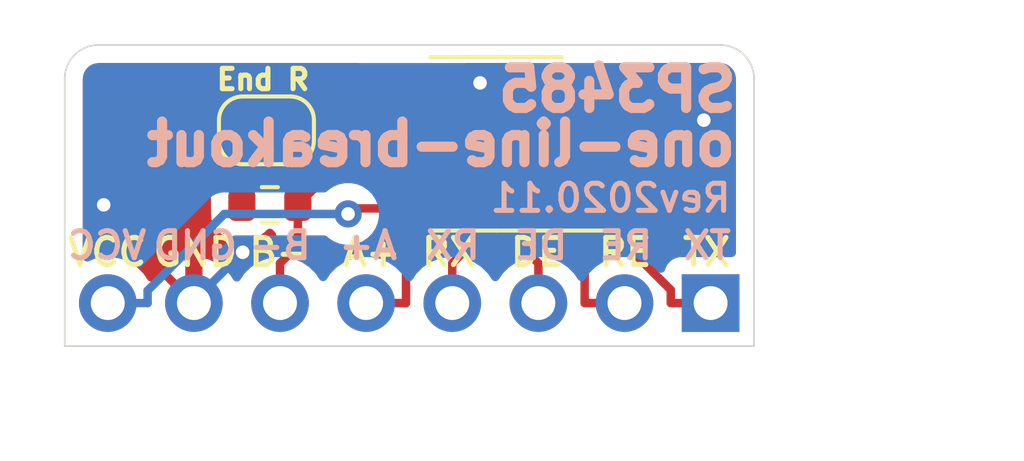
<source format=kicad_pcb>
(kicad_pcb (version 20171130) (host pcbnew 5.1.7-a382d34a8~87~ubuntu20.04.1)

  (general
    (thickness 1.6)
    (drawings 28)
    (tracks 57)
    (zones 0)
    (modules 4)
    (nets 10)
  )

  (page A4)
  (layers
    (0 F.Cu signal)
    (31 B.Cu signal)
    (32 B.Adhes user)
    (33 F.Adhes user)
    (34 B.Paste user)
    (35 F.Paste user)
    (36 B.SilkS user)
    (37 F.SilkS user)
    (38 B.Mask user)
    (39 F.Mask user)
    (40 Dwgs.User user)
    (41 Cmts.User user)
    (42 Eco1.User user)
    (43 Eco2.User user)
    (44 Edge.Cuts user)
    (45 Margin user)
    (46 B.CrtYd user)
    (47 F.CrtYd user)
    (48 B.Fab user)
    (49 F.Fab user)
  )

  (setup
    (last_trace_width 0.25)
    (trace_clearance 0.2)
    (zone_clearance 0.508)
    (zone_45_only no)
    (trace_min 0.2)
    (via_size 0.8)
    (via_drill 0.4)
    (via_min_size 0.4)
    (via_min_drill 0.3)
    (uvia_size 0.3)
    (uvia_drill 0.1)
    (uvias_allowed no)
    (uvia_min_size 0.2)
    (uvia_min_drill 0.1)
    (edge_width 0.05)
    (segment_width 0.2)
    (pcb_text_width 0.3)
    (pcb_text_size 1.5 1.5)
    (mod_edge_width 0.12)
    (mod_text_size 1 1)
    (mod_text_width 0.15)
    (pad_size 1.524 1.524)
    (pad_drill 0.762)
    (pad_to_mask_clearance 0)
    (aux_axis_origin 0 0)
    (visible_elements FFFFFF7F)
    (pcbplotparams
      (layerselection 0x010fc_ffffffff)
      (usegerberextensions false)
      (usegerberattributes true)
      (usegerberadvancedattributes true)
      (creategerberjobfile true)
      (excludeedgelayer true)
      (linewidth 0.100000)
      (plotframeref false)
      (viasonmask false)
      (mode 1)
      (useauxorigin false)
      (hpglpennumber 1)
      (hpglpenspeed 20)
      (hpglpendiameter 15.000000)
      (psnegative false)
      (psa4output false)
      (plotreference true)
      (plotvalue true)
      (plotinvisibletext false)
      (padsonsilk false)
      (subtractmaskfromsilk false)
      (outputformat 1)
      (mirror false)
      (drillshape 1)
      (scaleselection 1)
      (outputdirectory ""))
  )

  (net 0 "")
  (net 1 /DI)
  (net 2 /DE)
  (net 3 /RE)
  (net 4 /RO)
  (net 5 VCC)
  (net 6 GND)
  (net 7 /B)
  (net 8 /A)
  (net 9 "Net-(JP1-Pad2)")

  (net_class Default "This is the default net class."
    (clearance 0.2)
    (trace_width 0.25)
    (via_dia 0.8)
    (via_drill 0.4)
    (uvia_dia 0.3)
    (uvia_drill 0.1)
    (add_net /A)
    (add_net /B)
    (add_net /DE)
    (add_net /DI)
    (add_net /RE)
    (add_net /RO)
    (add_net GND)
    (add_net "Net-(JP1-Pad2)")
    (add_net VCC)
  )

  (module my-kicad-footprints:PinHeader_1x08_P2.54mm_Vertical_witout_silk (layer F.Cu) (tedit 5F9D2193) (tstamp 5F9D81CA)
    (at 156.4 76.6 270)
    (descr "Through hole straight pin header, 1x08, 2.54mm pitch, single row")
    (tags "Through hole pin header THT 1x08 2.54mm single row")
    (path /5F9D3294)
    (fp_text reference J1 (at 0 -2.33 90) (layer F.SilkS) hide
      (effects (font (size 1 1) (thickness 0.15)))
    )
    (fp_text value Conn_01x08 (at 0 20.11 90) (layer F.Fab)
      (effects (font (size 1 1) (thickness 0.15)))
    )
    (fp_line (start -0.635 -1.27) (end 1.27 -1.27) (layer F.Fab) (width 0.1))
    (fp_line (start 1.27 -1.27) (end 1.27 19.05) (layer F.Fab) (width 0.1))
    (fp_line (start 1.27 19.05) (end -1.27 19.05) (layer F.Fab) (width 0.1))
    (fp_line (start -1.27 19.05) (end -1.27 -0.635) (layer F.Fab) (width 0.1))
    (fp_line (start -1.27 -0.635) (end -0.635 -1.27) (layer F.Fab) (width 0.1))
    (fp_line (start -1.8 -1.8) (end -1.8 19.55) (layer F.CrtYd) (width 0.05))
    (fp_line (start -1.8 19.55) (end 1.8 19.55) (layer F.CrtYd) (width 0.05))
    (fp_line (start 1.8 19.55) (end 1.8 -1.8) (layer F.CrtYd) (width 0.05))
    (fp_line (start 1.8 -1.8) (end -1.8 -1.8) (layer F.CrtYd) (width 0.05))
    (fp_text user %R (at 0 8.89) (layer F.Fab)
      (effects (font (size 1 1) (thickness 0.15)))
    )
    (pad 8 thru_hole oval (at 0 17.78 270) (size 1.7 1.7) (drill 1) (layers *.Cu *.Mask)
      (net 5 VCC))
    (pad 7 thru_hole oval (at 0 15.24 270) (size 1.7 1.7) (drill 1) (layers *.Cu *.Mask)
      (net 6 GND))
    (pad 6 thru_hole oval (at 0 12.7 270) (size 1.7 1.7) (drill 1) (layers *.Cu *.Mask)
      (net 7 /B))
    (pad 5 thru_hole oval (at 0 10.16 270) (size 1.7 1.7) (drill 1) (layers *.Cu *.Mask)
      (net 8 /A))
    (pad 4 thru_hole oval (at 0 7.62 270) (size 1.7 1.7) (drill 1) (layers *.Cu *.Mask)
      (net 1 /DI))
    (pad 3 thru_hole oval (at 0 5.08 270) (size 1.7 1.7) (drill 1) (layers *.Cu *.Mask)
      (net 2 /DE))
    (pad 2 thru_hole oval (at 0 2.54 270) (size 1.7 1.7) (drill 1) (layers *.Cu *.Mask)
      (net 3 /RE))
    (pad 1 thru_hole rect (at 0 0 270) (size 1.7 1.7) (drill 1) (layers *.Cu *.Mask)
      (net 4 /RO))
  )

  (module my-kicad-footprints:SolderJumper-2_P1.3mm_Bridged_RoundedPad1.0x1.5mm (layer F.Cu) (tedit 5F9D1B27) (tstamp 5F9D853B)
    (at 143.3 71.5 180)
    (descr "SMD Solder Jumper, 1x1.5mm, rounded Pads, 0.3mm gap, bridged with 1 copper strip")
    (tags "solder jumper open")
    (path /5F8CE2EE)
    (attr virtual)
    (fp_text reference JP1 (at 0 -1.8) (layer F.SilkS) hide
      (effects (font (size 1 1) (thickness 0.15)))
    )
    (fp_text value Bridged (at 0 1.9) (layer F.Fab)
      (effects (font (size 1 1) (thickness 0.15)))
    )
    (fp_poly (pts (xy 0.25 -0.75184) (xy -0.25 -0.75184) (xy -0.25 0.74676) (xy 0.25 0.74676)) (layer F.Mask) (width 0))
    (fp_line (start -1.4 0.3) (end -1.4 -0.3) (layer F.SilkS) (width 0.12))
    (fp_line (start 0.7 1) (end -0.7 1) (layer F.SilkS) (width 0.12))
    (fp_line (start 1.4 -0.3) (end 1.4 0.3) (layer F.SilkS) (width 0.12))
    (fp_line (start -0.7 -1) (end 0.7 -1) (layer F.SilkS) (width 0.12))
    (fp_line (start -1.65 -1.25) (end 1.65 -1.25) (layer F.CrtYd) (width 0.05))
    (fp_line (start -1.65 -1.25) (end -1.65 1.25) (layer F.CrtYd) (width 0.05))
    (fp_line (start 1.65 1.25) (end 1.65 -1.25) (layer F.CrtYd) (width 0.05))
    (fp_line (start 1.65 1.25) (end -1.65 1.25) (layer F.CrtYd) (width 0.05))
    (fp_poly (pts (xy 0.25 -0.15748) (xy -0.25 -0.15748) (xy -0.25 0.127) (xy 0.25 0.127)) (layer F.Cu) (width 0))
    (fp_arc (start -0.7 -0.3) (end -0.7 -1) (angle -90) (layer F.SilkS) (width 0.12))
    (fp_arc (start -0.7 0.3) (end -1.4 0.3) (angle -90) (layer F.SilkS) (width 0.12))
    (fp_arc (start 0.7 0.3) (end 0.7 1) (angle -90) (layer F.SilkS) (width 0.12))
    (fp_arc (start 0.7 -0.3) (end 1.4 -0.3) (angle -90) (layer F.SilkS) (width 0.12))
    (pad 1 smd custom (at -0.65 0 180) (size 1 0.5) (layers F.Cu F.Mask)
      (net 8 /A) (zone_connect 2)
      (options (clearance outline) (anchor rect))
      (primitives
        (gr_circle (center 0 0.25) (end 0.5 0.25) (width 0))
        (gr_circle (center 0 -0.25) (end 0.5 -0.25) (width 0))
        (gr_poly (pts
           (xy 0 -0.75) (xy 0.5 -0.75) (xy 0.5 0.75) (xy 0 0.75)) (width 0))
      ))
    (pad 2 smd custom (at 0.65 0 180) (size 1 0.5) (layers F.Cu F.Mask)
      (net 9 "Net-(JP1-Pad2)") (zone_connect 2)
      (options (clearance outline) (anchor rect))
      (primitives
        (gr_circle (center 0 0.25) (end 0.5 0.25) (width 0))
        (gr_circle (center 0 -0.25) (end 0.5 -0.25) (width 0))
        (gr_poly (pts
           (xy 0 -0.75) (xy -0.5 -0.75) (xy -0.5 0.75) (xy 0 0.75)) (width 0))
      ))
  )

  (module Package_SO:SOIC-8_3.9x4.9mm_P1.27mm (layer F.Cu) (tedit 5D9F72B1) (tstamp 5F8CB070)
    (at 150.08 71.9 180)
    (descr "SOIC, 8 Pin (JEDEC MS-012AA, https://www.analog.com/media/en/package-pcb-resources/package/pkg_pdf/soic_narrow-r/r_8.pdf), generated with kicad-footprint-generator ipc_gullwing_generator.py")
    (tags "SOIC SO")
    (path /5F8C56A7)
    (attr smd)
    (fp_text reference U1 (at 0 -3.4) (layer F.SilkS) hide
      (effects (font (size 1 1) (thickness 0.15)))
    )
    (fp_text value SP3485CN (at 0 3.4) (layer F.Fab)
      (effects (font (size 1 1) (thickness 0.15)))
    )
    (fp_line (start 3.7 -2.7) (end -3.7 -2.7) (layer F.CrtYd) (width 0.05))
    (fp_line (start 3.7 2.7) (end 3.7 -2.7) (layer F.CrtYd) (width 0.05))
    (fp_line (start -3.7 2.7) (end 3.7 2.7) (layer F.CrtYd) (width 0.05))
    (fp_line (start -3.7 -2.7) (end -3.7 2.7) (layer F.CrtYd) (width 0.05))
    (fp_line (start -1.95 -1.475) (end -0.975 -2.45) (layer F.Fab) (width 0.1))
    (fp_line (start -1.95 2.45) (end -1.95 -1.475) (layer F.Fab) (width 0.1))
    (fp_line (start 1.95 2.45) (end -1.95 2.45) (layer F.Fab) (width 0.1))
    (fp_line (start 1.95 -2.45) (end 1.95 2.45) (layer F.Fab) (width 0.1))
    (fp_line (start -0.975 -2.45) (end 1.95 -2.45) (layer F.Fab) (width 0.1))
    (fp_line (start 0 -2.56) (end -3.45 -2.56) (layer F.SilkS) (width 0.12))
    (fp_line (start 0 -2.56) (end 1.95 -2.56) (layer F.SilkS) (width 0.12))
    (fp_line (start 0 2.56) (end -1.95 2.56) (layer F.SilkS) (width 0.12))
    (fp_line (start 0 2.56) (end 1.95 2.56) (layer F.SilkS) (width 0.12))
    (fp_text user %R (at 0 0) (layer F.Fab)
      (effects (font (size 0.98 0.98) (thickness 0.15)))
    )
    (pad 8 smd roundrect (at 2.475 -1.905 180) (size 1.95 0.6) (layers F.Cu F.Paste F.Mask) (roundrect_rratio 0.25)
      (net 5 VCC))
    (pad 7 smd roundrect (at 2.475 -0.635 180) (size 1.95 0.6) (layers F.Cu F.Paste F.Mask) (roundrect_rratio 0.25)
      (net 7 /B))
    (pad 6 smd roundrect (at 2.475 0.635 180) (size 1.95 0.6) (layers F.Cu F.Paste F.Mask) (roundrect_rratio 0.25)
      (net 8 /A))
    (pad 5 smd roundrect (at 2.475 1.905 180) (size 1.95 0.6) (layers F.Cu F.Paste F.Mask) (roundrect_rratio 0.25)
      (net 6 GND))
    (pad 4 smd roundrect (at -2.475 1.905 180) (size 1.95 0.6) (layers F.Cu F.Paste F.Mask) (roundrect_rratio 0.25)
      (net 1 /DI))
    (pad 3 smd roundrect (at -2.475 0.635 180) (size 1.95 0.6) (layers F.Cu F.Paste F.Mask) (roundrect_rratio 0.25)
      (net 2 /DE))
    (pad 2 smd roundrect (at -2.475 -0.635 180) (size 1.95 0.6) (layers F.Cu F.Paste F.Mask) (roundrect_rratio 0.25)
      (net 3 /RE))
    (pad 1 smd roundrect (at -2.475 -1.905 180) (size 1.95 0.6) (layers F.Cu F.Paste F.Mask) (roundrect_rratio 0.25)
      (net 4 /RO))
    (model ${KISYS3DMOD}/Package_SO.3dshapes/SOIC-8_3.9x4.9mm_P1.27mm.wrl
      (at (xyz 0 0 0))
      (scale (xyz 1 1 1))
      (rotate (xyz 0 0 0))
    )
  )

  (module Resistor_SMD:R_0603_1608Metric (layer F.Cu) (tedit 5F68FEEE) (tstamp 5F8CB056)
    (at 143.4 73.7)
    (descr "Resistor SMD 0603 (1608 Metric), square (rectangular) end terminal, IPC_7351 nominal, (Body size source: IPC-SM-782 page 72, https://www.pcb-3d.com/wordpress/wp-content/uploads/ipc-sm-782a_amendment_1_and_2.pdf), generated with kicad-footprint-generator")
    (tags resistor)
    (path /5F8C733B)
    (attr smd)
    (fp_text reference R1 (at 0 -1.43) (layer F.SilkS) hide
      (effects (font (size 1 1) (thickness 0.15)))
    )
    (fp_text value 220 (at 0 1.43) (layer F.Fab)
      (effects (font (size 1 1) (thickness 0.15)))
    )
    (fp_line (start -0.8 0.4125) (end -0.8 -0.4125) (layer F.Fab) (width 0.1))
    (fp_line (start -0.8 -0.4125) (end 0.8 -0.4125) (layer F.Fab) (width 0.1))
    (fp_line (start 0.8 -0.4125) (end 0.8 0.4125) (layer F.Fab) (width 0.1))
    (fp_line (start 0.8 0.4125) (end -0.8 0.4125) (layer F.Fab) (width 0.1))
    (fp_line (start -0.237258 -0.5225) (end 0.237258 -0.5225) (layer F.SilkS) (width 0.12))
    (fp_line (start -0.237258 0.5225) (end 0.237258 0.5225) (layer F.SilkS) (width 0.12))
    (fp_line (start -1.48 0.73) (end -1.48 -0.73) (layer F.CrtYd) (width 0.05))
    (fp_line (start -1.48 -0.73) (end 1.48 -0.73) (layer F.CrtYd) (width 0.05))
    (fp_line (start 1.48 -0.73) (end 1.48 0.73) (layer F.CrtYd) (width 0.05))
    (fp_line (start 1.48 0.73) (end -1.48 0.73) (layer F.CrtYd) (width 0.05))
    (fp_text user %R (at 0 0) (layer F.Fab)
      (effects (font (size 0.4 0.4) (thickness 0.06)))
    )
    (pad 1 smd roundrect (at -0.825 0) (size 0.8 0.95) (layers F.Cu F.Paste F.Mask) (roundrect_rratio 0.25)
      (net 9 "Net-(JP1-Pad2)"))
    (pad 2 smd roundrect (at 0.825 0) (size 0.8 0.95) (layers F.Cu F.Paste F.Mask) (roundrect_rratio 0.25)
      (net 7 /B))
    (model ${KISYS3DMOD}/Resistor_SMD.3dshapes/R_0603_1608Metric.wrl
      (at (xyz 0 0 0))
      (scale (xyz 1 1 1))
      (rotate (xyz 0 0 0))
    )
  )

  (dimension 8.920022 (width 0.15) (layer Dwgs.User)
    (gr_text "8.920 mm" (at 161.990873 73.428114 270.1284657) (layer Dwgs.User)
      (effects (font (size 1 1) (thickness 0.15)))
    )
    (feature1 (pts (xy 156.7 77.9) (xy 161.287295 77.889715)))
    (feature2 (pts (xy 156.68 68.98) (xy 161.267295 68.969715)))
    (crossbar (pts (xy 160.680876 68.971029) (xy 160.700876 77.891029)))
    (arrow1a (pts (xy 160.700876 77.891029) (xy 160.111931 76.765843)))
    (arrow1b (pts (xy 160.700876 77.891029) (xy 161.284769 76.763213)))
    (arrow2a (pts (xy 160.680876 68.971029) (xy 160.096983 70.098845)))
    (arrow2b (pts (xy 160.680876 68.971029) (xy 161.269821 70.096215)))
  )
  (dimension 20.33 (width 0.15) (layer Dwgs.User)
    (gr_text "20.330 mm" (at 147.515 81.85) (layer Dwgs.User)
      (effects (font (size 1 1) (thickness 0.15)))
    )
    (feature1 (pts (xy 157.68 77.87) (xy 157.68 81.136421)))
    (feature2 (pts (xy 137.35 77.87) (xy 137.35 81.136421)))
    (crossbar (pts (xy 137.35 80.55) (xy 157.68 80.55)))
    (arrow1a (pts (xy 157.68 80.55) (xy 156.553496 81.136421)))
    (arrow1b (pts (xy 157.68 80.55) (xy 156.553496 79.963579)))
    (arrow2a (pts (xy 137.35 80.55) (xy 138.476504 81.136421)))
    (arrow2b (pts (xy 137.35 80.55) (xy 138.476504 79.963579)))
  )
  (gr_arc (start 138.35 69.98) (end 138.35 68.98) (angle -90) (layer Edge.Cuts) (width 0.05) (tstamp 5FA2919D))
  (gr_arc (start 156.68 69.98) (end 157.68 69.98) (angle -90) (layer Edge.Cuts) (width 0.05) (tstamp 5FA2918E))
  (gr_text VCC (at 138.6 74.9) (layer B.SilkS) (tstamp 5F9D8BA9)
    (effects (font (size 0.8 0.8) (thickness 0.15)) (justify mirror))
  )
  (gr_text GND (at 141.2 74.9) (layer B.SilkS) (tstamp 5F9D8BA9)
    (effects (font (size 0.8 0.8) (thickness 0.15)) (justify mirror))
  )
  (gr_text B- (at 143.7 74.9) (layer B.SilkS) (tstamp 5F9D8BA9)
    (effects (font (size 0.8 0.8) (thickness 0.15)) (justify mirror))
  )
  (gr_text A+ (at 146.3 74.9) (layer B.SilkS) (tstamp 5F9D8BA9)
    (effects (font (size 0.8 0.8) (thickness 0.15)) (justify mirror))
  )
  (gr_text RX (at 148.8 74.9) (layer B.SilkS) (tstamp 5F9D8BA9)
    (effects (font (size 0.8 0.8) (thickness 0.15)) (justify mirror))
  )
  (gr_text DE (at 151.4 74.9) (layer B.SilkS) (tstamp 5F9D8BA9)
    (effects (font (size 0.8 0.8) (thickness 0.15)) (justify mirror))
  )
  (gr_text RE (at 153.9 74.9) (layer B.SilkS) (tstamp 5F9D8BA9)
    (effects (font (size 0.8 0.8) (thickness 0.15)) (justify mirror))
  )
  (gr_text TX (at 156.3 74.9) (layer B.SilkS) (tstamp 5F9D8BA0)
    (effects (font (size 0.8 0.8) (thickness 0.15)) (justify mirror))
  )
  (gr_text one-line-breakout (at 148.45 71.9) (layer B.SilkS) (tstamp 5F8CC4D0)
    (effects (font (size 1.2 1.2) (thickness 0.3)) (justify mirror))
  )
  (gr_text Rev2020.11 (at 153.45 73.5) (layer B.SilkS) (tstamp 5F8CC5AB)
    (effects (font (size 0.8 0.8) (thickness 0.15)) (justify mirror))
  )
  (gr_text SP3485 (at 153.65 70.3) (layer B.SilkS) (tstamp 5F8CC5AB)
    (effects (font (size 1.2 1.2) (thickness 0.3)) (justify mirror))
  )
  (gr_text "End R" (at 143.2 70) (layer F.SilkS) (tstamp 5F8CC4D0)
    (effects (font (size 0.6 0.6) (thickness 0.15)))
  )
  (gr_text VCC (at 138.6 75.1) (layer F.SilkS) (tstamp 5F8CC4D0)
    (effects (font (size 0.8 0.8) (thickness 0.15)))
  )
  (gr_text GND (at 141.2 75.1) (layer F.SilkS) (tstamp 5F8CC4D0)
    (effects (font (size 0.8 0.8) (thickness 0.15)))
  )
  (gr_text B- (at 143.7 75.1) (layer F.SilkS) (tstamp 5F8CC4D0)
    (effects (font (size 0.8 0.8) (thickness 0.15)))
  )
  (gr_text A+ (at 146.4 75.1) (layer F.SilkS) (tstamp 5F8CC4D0)
    (effects (font (size 0.8 0.8) (thickness 0.15)))
  )
  (gr_text RE (at 153.88 75.1) (layer F.SilkS) (tstamp 5F8CC4D0)
    (effects (font (size 0.8 0.8) (thickness 0.15)))
  )
  (gr_text DE (at 151.28 75.1) (layer F.SilkS) (tstamp 5F8CC4D0)
    (effects (font (size 0.8 0.8) (thickness 0.15)))
  )
  (gr_text RX (at 148.68 75.1) (layer F.SilkS) (tstamp 5F8CC4D0)
    (effects (font (size 0.8 0.8) (thickness 0.15)))
  )
  (gr_text TX (at 156.28 75.1) (layer F.SilkS)
    (effects (font (size 0.8 0.8) (thickness 0.15)))
  )
  (gr_line (start 137.35 69.98) (end 137.35 77.87) (layer Edge.Cuts) (width 0.05) (tstamp 5F8CB95F))
  (gr_line (start 156.68 68.98) (end 138.35 68.98) (layer Edge.Cuts) (width 0.05))
  (gr_line (start 157.68 77.87) (end 157.68 69.98) (layer Edge.Cuts) (width 0.05))
  (gr_line (start 137.35 77.87) (end 157.68 77.87) (layer Edge.Cuts) (width 0.05))

  (segment (start 148.78 76.6) (end 148.78 75.4247) (width 0.25) (layer F.Cu) (net 1))
  (segment (start 152.555 69.995) (end 152.1372 69.995) (width 0.25) (layer F.Cu) (net 1))
  (segment (start 152.1372 69.995) (end 149.9553 72.1769) (width 0.25) (layer F.Cu) (net 1))
  (segment (start 149.9553 72.1769) (end 149.9553 74.2494) (width 0.25) (layer F.Cu) (net 1))
  (segment (start 149.9553 74.2494) (end 148.78 75.4247) (width 0.25) (layer F.Cu) (net 1))
  (segment (start 151.32 76.6) (end 151.32 75.4247) (width 0.25) (layer F.Cu) (net 2))
  (segment (start 151.32 75.4247) (end 150.7707 74.8754) (width 0.25) (layer F.Cu) (net 2))
  (segment (start 150.7707 74.8754) (end 150.7707 72.6603) (width 0.25) (layer F.Cu) (net 2))
  (segment (start 150.7707 72.6603) (end 152.166 71.265) (width 0.25) (layer F.Cu) (net 2))
  (segment (start 152.166 71.265) (end 152.555 71.265) (width 0.25) (layer F.Cu) (net 2))
  (segment (start 153.86 76.6) (end 152.6847 76.6) (width 0.25) (layer F.Cu) (net 3))
  (segment (start 152.555 72.535) (end 152.1235 72.535) (width 0.25) (layer F.Cu) (net 3))
  (segment (start 152.1235 72.535) (end 151.2211 73.4374) (width 0.25) (layer F.Cu) (net 3))
  (segment (start 151.2211 73.4374) (end 151.2211 74.1184) (width 0.25) (layer F.Cu) (net 3))
  (segment (start 151.2211 74.1184) (end 152.6847 75.582) (width 0.25) (layer F.Cu) (net 3))
  (segment (start 152.6847 75.582) (end 152.6847 76.6) (width 0.25) (layer F.Cu) (net 3))
  (segment (start 156.4 76.6) (end 155.2247 76.6) (width 0.25) (layer F.Cu) (net 4))
  (segment (start 152.555 73.805) (end 152.8175 73.805) (width 0.25) (layer F.Cu) (net 4))
  (segment (start 152.8175 73.805) (end 155.2247 76.2122) (width 0.25) (layer F.Cu) (net 4))
  (segment (start 155.2247 76.2122) (end 155.2247 76.6) (width 0.25) (layer F.Cu) (net 4))
  (segment (start 138.62 76.6) (end 139.7953 76.6) (width 0.25) (layer B.Cu) (net 5))
  (segment (start 145.7077 73.9678) (end 142.0602 73.9678) (width 0.25) (layer B.Cu) (net 5))
  (segment (start 142.0602 73.9678) (end 139.7953 76.2327) (width 0.25) (layer B.Cu) (net 5))
  (segment (start 139.7953 76.2327) (end 139.7953 76.6) (width 0.25) (layer B.Cu) (net 5))
  (segment (start 147.605 73.805) (end 145.8705 73.805) (width 0.25) (layer F.Cu) (net 5))
  (segment (start 145.8705 73.805) (end 145.7077 73.9678) (width 0.25) (layer F.Cu) (net 5))
  (via (at 145.7077 73.9678) (size 0.8) (layers F.Cu B.Cu) (net 5))
  (segment (start 147.605 69.995) (end 142.4395 69.995) (width 0.25) (layer F.Cu) (net 6))
  (segment (start 142.4395 69.995) (end 141.16 71.2745) (width 0.25) (layer F.Cu) (net 6))
  (segment (start 141.16 71.2745) (end 141.16 76.6) (width 0.25) (layer F.Cu) (net 6))
  (via (at 138.5 73.7) (size 0.8) (drill 0.4) (layers F.Cu B.Cu) (net 6))
  (segment (start 138.5 73.94) (end 138.5 73.7) (width 0.25) (layer F.Cu) (net 6))
  (segment (start 141.16 76.6) (end 138.5 73.94) (width 0.25) (layer F.Cu) (net 6))
  (via (at 142.6 75.1) (size 0.8) (drill 0.4) (layers F.Cu B.Cu) (net 6))
  (segment (start 141.16 76.54) (end 142.6 75.1) (width 0.25) (layer B.Cu) (net 6))
  (segment (start 141.16 76.6) (end 141.16 76.54) (width 0.25) (layer B.Cu) (net 6))
  (via (at 149.6 70.1) (size 0.8) (drill 0.4) (layers F.Cu B.Cu) (net 6))
  (segment (start 149.495 69.995) (end 149.6 70.1) (width 0.25) (layer F.Cu) (net 6))
  (segment (start 147.605 69.995) (end 149.495 69.995) (width 0.25) (layer F.Cu) (net 6))
  (via (at 156.2 71.2) (size 0.8) (drill 0.4) (layers F.Cu B.Cu) (net 6))
  (segment (start 155.1 70.1) (end 156.2 71.2) (width 0.25) (layer B.Cu) (net 6))
  (segment (start 149.6 70.1) (end 155.1 70.1) (width 0.25) (layer B.Cu) (net 6))
  (segment (start 144.225 73.7) (end 144.225 74.8997) (width 0.25) (layer F.Cu) (net 7))
  (segment (start 144.225 74.8997) (end 143.7 75.4247) (width 0.25) (layer F.Cu) (net 7))
  (segment (start 147.605 72.535) (end 145.39 72.535) (width 0.25) (layer F.Cu) (net 7))
  (segment (start 145.39 72.535) (end 144.225 73.7) (width 0.25) (layer F.Cu) (net 7))
  (segment (start 143.7 76.6) (end 143.7 75.4247) (width 0.25) (layer F.Cu) (net 7))
  (segment (start 146.24 76.6) (end 147.4153 76.6) (width 0.25) (layer F.Cu) (net 8))
  (segment (start 147.605 71.265) (end 148.0381 71.265) (width 0.25) (layer F.Cu) (net 8))
  (segment (start 148.0381 71.265) (end 148.9065 72.1334) (width 0.25) (layer F.Cu) (net 8))
  (segment (start 148.9065 72.1334) (end 148.9065 74.1889) (width 0.25) (layer F.Cu) (net 8))
  (segment (start 148.9065 74.1889) (end 147.4153 75.6801) (width 0.25) (layer F.Cu) (net 8))
  (segment (start 147.4153 75.6801) (end 147.4153 76.6) (width 0.25) (layer F.Cu) (net 8))
  (segment (start 143.95 71.5) (end 144.185 71.265) (width 0.25) (layer F.Cu) (net 8))
  (segment (start 144.185 71.265) (end 147.605 71.265) (width 0.25) (layer F.Cu) (net 8))
  (segment (start 142.575 73.7) (end 142.65 73.625) (width 0.25) (layer F.Cu) (net 9))
  (segment (start 142.65 73.625) (end 142.65 71.5) (width 0.25) (layer F.Cu) (net 9))

  (zone (net 6) (net_name GND) (layer B.Cu) (tstamp 5F9D1DF0) (hatch edge 0.508)
    (connect_pads (clearance 0.508))
    (min_thickness 0.254)
    (fill yes (arc_segments 32) (thermal_gap 0.508) (thermal_bridge_width 0.508))
    (polygon
      (pts
        (xy 157.68 69.1) (xy 157.68 77.9) (xy 137.4 77.9) (xy 137.4 69.1)
      )
    )
    (filled_polygon
      (pts
        (xy 141.287 76.473) (xy 141.307 76.473) (xy 141.307 76.727) (xy 141.287 76.727) (xy 141.287 76.747)
        (xy 141.033 76.747) (xy 141.033 76.727) (xy 141.013 76.727) (xy 141.013 76.473) (xy 141.033 76.473)
        (xy 141.033 76.453) (xy 141.287 76.453)
      )
    )
    (filled_polygon
      (pts
        (xy 156.745424 69.64958) (xy 156.808356 69.66858) (xy 156.866405 69.699445) (xy 156.917343 69.740989) (xy 156.959248 69.791644)
        (xy 156.990515 69.849471) (xy 157.009956 69.912272) (xy 157.020001 70.007845) (xy 157.02 75.111928) (xy 155.55 75.111928)
        (xy 155.425518 75.124188) (xy 155.30582 75.160498) (xy 155.195506 75.219463) (xy 155.098815 75.298815) (xy 155.019463 75.395506)
        (xy 154.960498 75.50582) (xy 154.938487 75.57838) (xy 154.806632 75.446525) (xy 154.563411 75.28401) (xy 154.293158 75.172068)
        (xy 154.00626 75.115) (xy 153.71374 75.115) (xy 153.426842 75.172068) (xy 153.156589 75.28401) (xy 152.913368 75.446525)
        (xy 152.706525 75.653368) (xy 152.59 75.82776) (xy 152.473475 75.653368) (xy 152.266632 75.446525) (xy 152.023411 75.28401)
        (xy 151.753158 75.172068) (xy 151.46626 75.115) (xy 151.17374 75.115) (xy 150.886842 75.172068) (xy 150.616589 75.28401)
        (xy 150.373368 75.446525) (xy 150.166525 75.653368) (xy 150.05 75.82776) (xy 149.933475 75.653368) (xy 149.726632 75.446525)
        (xy 149.483411 75.28401) (xy 149.213158 75.172068) (xy 148.92626 75.115) (xy 148.63374 75.115) (xy 148.346842 75.172068)
        (xy 148.076589 75.28401) (xy 147.833368 75.446525) (xy 147.626525 75.653368) (xy 147.51 75.82776) (xy 147.393475 75.653368)
        (xy 147.186632 75.446525) (xy 146.943411 75.28401) (xy 146.673158 75.172068) (xy 146.38626 75.115) (xy 146.09374 75.115)
        (xy 145.806842 75.172068) (xy 145.536589 75.28401) (xy 145.293368 75.446525) (xy 145.086525 75.653368) (xy 144.97 75.82776)
        (xy 144.853475 75.653368) (xy 144.646632 75.446525) (xy 144.403411 75.28401) (xy 144.133158 75.172068) (xy 143.84626 75.115)
        (xy 143.55374 75.115) (xy 143.266842 75.172068) (xy 142.996589 75.28401) (xy 142.753368 75.446525) (xy 142.546525 75.653368)
        (xy 142.424805 75.835534) (xy 142.355178 75.718645) (xy 142.160269 75.502412) (xy 141.92692 75.328359) (xy 141.823637 75.279164)
        (xy 142.375002 74.7278) (xy 145.003989 74.7278) (xy 145.047926 74.771737) (xy 145.217444 74.885005) (xy 145.405802 74.963026)
        (xy 145.605761 75.0028) (xy 145.809639 75.0028) (xy 146.009598 74.963026) (xy 146.197956 74.885005) (xy 146.367474 74.771737)
        (xy 146.511637 74.627574) (xy 146.624905 74.458056) (xy 146.702926 74.269698) (xy 146.7427 74.069739) (xy 146.7427 73.865861)
        (xy 146.702926 73.665902) (xy 146.624905 73.477544) (xy 146.511637 73.308026) (xy 146.367474 73.163863) (xy 146.197956 73.050595)
        (xy 146.009598 72.972574) (xy 145.809639 72.9328) (xy 145.605761 72.9328) (xy 145.405802 72.972574) (xy 145.217444 73.050595)
        (xy 145.047926 73.163863) (xy 145.003989 73.2078) (xy 142.097522 73.2078) (xy 142.060199 73.204124) (xy 142.022876 73.2078)
        (xy 142.022867 73.2078) (xy 141.911214 73.218797) (xy 141.767953 73.262254) (xy 141.635924 73.332826) (xy 141.520199 73.427799)
        (xy 141.496401 73.456797) (xy 139.53069 75.422509) (xy 139.323411 75.28401) (xy 139.053158 75.172068) (xy 138.76626 75.115)
        (xy 138.47374 75.115) (xy 138.186842 75.172068) (xy 138.01 75.245318) (xy 138.01 70.012279) (xy 138.01958 69.914576)
        (xy 138.03858 69.851644) (xy 138.069445 69.793595) (xy 138.110989 69.742657) (xy 138.161644 69.700752) (xy 138.219471 69.669485)
        (xy 138.282272 69.650044) (xy 138.377835 69.64) (xy 156.647721 69.64)
      )
    )
  )
  (zone (net 6) (net_name GND) (layer F.Cu) (tstamp 5F9D8BD7) (hatch edge 0.508)
    (connect_pads (clearance 0.508))
    (min_thickness 0.254)
    (fill yes (arc_segments 32) (thermal_gap 0.508) (thermal_bridge_width 0.508))
    (polygon
      (pts
        (xy 157.68 69.1) (xy 157.68 77.9) (xy 137.4 77.9) (xy 137.4 69.1)
      )
    )
    (filled_polygon
      (pts
        (xy 145.991928 69.695) (xy 145.995 69.70925) (xy 146.15375 69.868) (xy 147.478 69.868) (xy 147.478 69.848)
        (xy 147.732 69.848) (xy 147.732 69.868) (xy 149.05625 69.868) (xy 149.215 69.70925) (xy 149.218072 69.695)
        (xy 149.212655 69.64) (xy 150.972619 69.64) (xy 150.957071 69.691255) (xy 150.941928 69.845) (xy 150.941928 70.11547)
        (xy 149.454389 71.60301) (xy 149.446501 71.593399) (xy 149.417504 71.569602) (xy 149.218072 71.37017) (xy 149.218072 71.115)
        (xy 149.202929 70.961255) (xy 149.158084 70.813418) (xy 149.08627 70.679064) (xy 149.110537 70.649494) (xy 149.169502 70.53918)
        (xy 149.205812 70.419482) (xy 149.218072 70.295) (xy 149.215 70.28075) (xy 149.05625 70.122) (xy 147.732 70.122)
        (xy 147.732 70.142) (xy 147.478 70.142) (xy 147.478 70.122) (xy 146.15375 70.122) (xy 145.995 70.28075)
        (xy 145.991928 70.295) (xy 146.004188 70.419482) (xy 146.03013 70.505) (xy 144.806879 70.505) (xy 144.78769 70.481618)
        (xy 144.718382 70.41231) (xy 144.621691 70.332958) (xy 144.540192 70.278502) (xy 144.429875 70.219536) (xy 144.339319 70.182027)
        (xy 144.219623 70.145718) (xy 144.12349 70.126596) (xy 143.999009 70.114336) (xy 143.97445 70.114336) (xy 143.95 70.111928)
        (xy 143.45 70.111928) (xy 143.325518 70.124188) (xy 143.3 70.131929) (xy 143.274482 70.124188) (xy 143.15 70.111928)
        (xy 142.65 70.111928) (xy 142.62555 70.114336) (xy 142.600991 70.114336) (xy 142.47651 70.126596) (xy 142.380377 70.145718)
        (xy 142.260681 70.182027) (xy 142.170125 70.219536) (xy 142.059808 70.278502) (xy 141.978309 70.332958) (xy 141.881618 70.41231)
        (xy 141.81231 70.481618) (xy 141.732958 70.578309) (xy 141.678502 70.659808) (xy 141.619536 70.770125) (xy 141.582027 70.860681)
        (xy 141.545718 70.980377) (xy 141.526596 71.07651) (xy 141.514336 71.200991) (xy 141.514336 71.22555) (xy 141.511928 71.25)
        (xy 141.511928 71.75) (xy 141.514336 71.77445) (xy 141.514336 71.799009) (xy 141.526596 71.92349) (xy 141.545718 72.019623)
        (xy 141.582027 72.139319) (xy 141.619536 72.229875) (xy 141.678502 72.340192) (xy 141.732958 72.421691) (xy 141.81231 72.518382)
        (xy 141.881618 72.58769) (xy 141.89 72.594569) (xy 141.89 72.744083) (xy 141.782394 72.832394) (xy 141.678169 72.959392)
        (xy 141.600722 73.104284) (xy 141.553031 73.2615) (xy 141.536928 73.425) (xy 141.536928 73.975) (xy 141.553031 74.1385)
        (xy 141.600722 74.295716) (xy 141.678169 74.440608) (xy 141.782394 74.567606) (xy 141.909392 74.671831) (xy 142.054284 74.749278)
        (xy 142.2115 74.796969) (xy 142.375 74.813072) (xy 142.775 74.813072) (xy 142.9385 74.796969) (xy 143.095716 74.749278)
        (xy 143.240608 74.671831) (xy 143.367606 74.567606) (xy 143.4 74.528134) (xy 143.432394 74.567606) (xy 143.4598 74.590098)
        (xy 143.188998 74.860901) (xy 143.16 74.884699) (xy 143.136202 74.913697) (xy 143.136201 74.913698) (xy 143.065026 75.000424)
        (xy 142.994454 75.132454) (xy 142.983779 75.167647) (xy 142.950998 75.275714) (xy 142.946912 75.317203) (xy 142.753368 75.446525)
        (xy 142.546525 75.653368) (xy 142.424805 75.835534) (xy 142.355178 75.718645) (xy 142.160269 75.502412) (xy 141.92692 75.328359)
        (xy 141.664099 75.203175) (xy 141.51689 75.158524) (xy 141.287 75.279845) (xy 141.287 76.473) (xy 141.307 76.473)
        (xy 141.307 76.727) (xy 141.287 76.727) (xy 141.287 76.747) (xy 141.033 76.747) (xy 141.033 76.727)
        (xy 141.013 76.727) (xy 141.013 76.473) (xy 141.033 76.473) (xy 141.033 75.279845) (xy 140.80311 75.158524)
        (xy 140.655901 75.203175) (xy 140.39308 75.328359) (xy 140.159731 75.502412) (xy 139.964822 75.718645) (xy 139.895195 75.835534)
        (xy 139.773475 75.653368) (xy 139.566632 75.446525) (xy 139.323411 75.28401) (xy 139.053158 75.172068) (xy 138.76626 75.115)
        (xy 138.47374 75.115) (xy 138.186842 75.172068) (xy 138.01 75.245318) (xy 138.01 70.012279) (xy 138.01958 69.914576)
        (xy 138.03858 69.851644) (xy 138.069445 69.793595) (xy 138.110989 69.742657) (xy 138.161644 69.700752) (xy 138.219471 69.669485)
        (xy 138.282272 69.650044) (xy 138.377835 69.64) (xy 145.997345 69.64)
      )
    )
    (filled_polygon
      (pts
        (xy 156.745424 69.64958) (xy 156.808356 69.66858) (xy 156.866405 69.699445) (xy 156.917343 69.740989) (xy 156.959248 69.791644)
        (xy 156.990515 69.849471) (xy 157.009956 69.912272) (xy 157.020001 70.007845) (xy 157.02 75.111928) (xy 155.55 75.111928)
        (xy 155.425518 75.124188) (xy 155.30582 75.160498) (xy 155.26801 75.180708) (xy 154.156795 74.069494) (xy 154.168072 73.955)
        (xy 154.168072 73.655) (xy 154.152929 73.501255) (xy 154.108084 73.353418) (xy 154.035258 73.217171) (xy 153.996546 73.17)
        (xy 154.035258 73.122829) (xy 154.108084 72.986582) (xy 154.152929 72.838745) (xy 154.168072 72.685) (xy 154.168072 72.385)
        (xy 154.152929 72.231255) (xy 154.108084 72.083418) (xy 154.035258 71.947171) (xy 153.996546 71.9) (xy 154.035258 71.852829)
        (xy 154.108084 71.716582) (xy 154.152929 71.568745) (xy 154.168072 71.415) (xy 154.168072 71.115) (xy 154.152929 70.961255)
        (xy 154.108084 70.813418) (xy 154.035258 70.677171) (xy 153.996546 70.63) (xy 154.035258 70.582829) (xy 154.108084 70.446582)
        (xy 154.152929 70.298745) (xy 154.168072 70.145) (xy 154.168072 69.845) (xy 154.152929 69.691255) (xy 154.137381 69.64)
        (xy 156.647721 69.64)
      )
    )
  )
)

</source>
